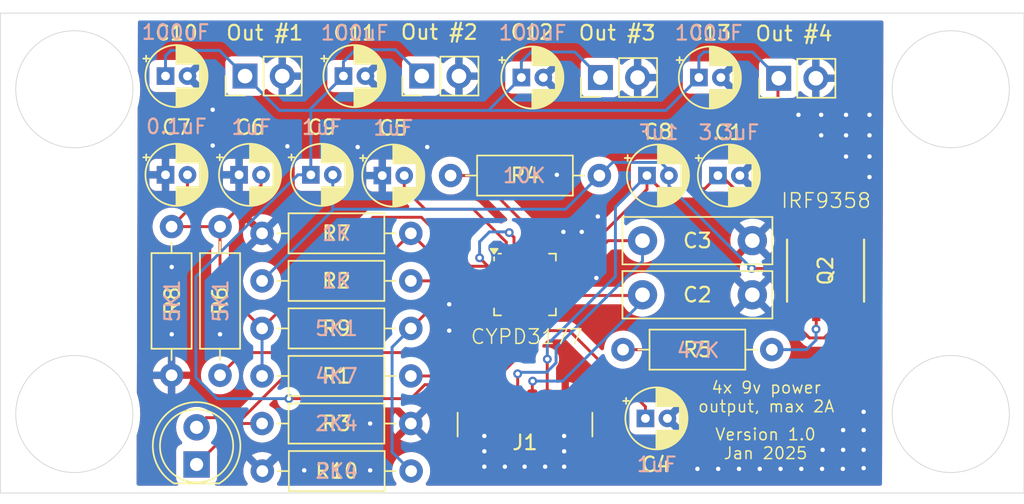
<source format=kicad_pcb>
(kicad_pcb (version 20240108) (generator "pcbnew") (generator_version "8.0")
  (layers (0 "F.Cu" signal) (31 "B.Cu" signal) (34 "B.Paste" user) (35 "F.Paste" user) (36 "B.SilkS" user "B.Silkscreen") (37 "F.SilkS" user "F.Silkscreen") (38 "B.Mask" user) (39 "F.Mask" user) (44 "Edge.Cuts" user))
  (net 0 "")
  (net 1 "GND")
  (net 2 "Net-(U1-VBUS_IN)")
  (net 3 "Net-(J1-CC2)")
  (net 4 "Net-(J1-CC1)")
  (net 5 "Net-(J2-Pin_1)")
  (net 6 "Net-(U1-VCCD)")
  (net 7 "3.3v")
  (net 8 "Net-(C8-Pad2)")
  (net 9 "Net-(D1-K)")
  (net 10 "Net-(D1-A)")
  (net 11 "Net-(Q2-Pad1)")
  (net 12 "Net-(U1-FLIP)")
  (net 13 "Net-(U1-VBUS_FET_EN)")
  (net 14 "Net-(U1-VBUS_MAX)")
  (net 15 "Net-(U1-ISNK_COARSE)")
  (footprint "Capacitor_THT:CP_Radial_D4.0mm_P1.50mm" (layer "F.Cu") (at 185.227401 56.4)
    (property "Reference" "C12" (at 0.722599 -3.1 0) (layer "F.SilkS"))
    (property "Value" "100uF" (at 0.772599 -3.05 0) (layer "B.SilkS"))
    (pad "1" thru_hole rect (at 0 0) (size 1.2 1.2) (drill 0.6) (layers "*.Cu" "*.Mask") (net 5 "Net-(J2-Pin_1)"))
    (pad "2" thru_hole circle (at 1.5 0) (size 1.2 1.2) (drill 0.6) (layers "*.Cu" "*.Mask") (net 1 "GND"))
  )
  (footprint "Connector_PinHeader_2.54mm:PinHeader_1x02_P2.54mm_Vertical" (layer "F.Cu") (at 166.36 56.3 90)
    (property "Reference" "J3" (hide yes))
    (property "Value" "Out #1" (at 2.95 1.34 180) (layer "F.SilkS"))
    (pad "1" thru_hole rect (at 0 0 90) (size 1.7 1.7) (drill 1) (layers "*.Cu" "*.Mask") (net 5 "Net-(J2-Pin_1)"))
    (pad "2" thru_hole oval (at 0 2.54 90) (size 1.7 1.7) (drill 1) (layers "*.Cu" "*.Mask") (net 1 "GND"))
  )
  (footprint "Resistor_THT:R_Axial_DIN0207_L6.3mm_D2.5mm_P10.16mm_Horizontal" (layer "F.Cu") (at 180.395 63.1)
    (property "Reference" "R4" (at 5.08 0 0) (layer "F.SilkS"))
    (property "Value" "10K" (at 5.03 0 0) (layer "B.SilkS"))
    (pad "1" thru_hole circle (at 0 0) (size 1.6 1.6) (drill 0.8) (layers "*.Cu" "*.Mask") (net 2 "Net-(U1-VBUS_IN)"))
    (pad "2" thru_hole oval (at 10.16 0) (size 1.6 1.6) (drill 0.8) (layers "*.Cu" "*.Mask") (net 8 "Net-(C8-Pad2)"))
  )
  (footprint "Capacitor_THT:CP_Radial_D4.0mm_P1.50mm" (layer "F.Cu") (at 165.95 63.05)
    (property "Reference" "C6" (at 0.75 -3.25 0) (layer "F.SilkS"))
    (property "Value" "1uF" (at 0.845199 -3.25 0) (layer "B.SilkS"))
    (pad "1" thru_hole rect (at 0 0) (size 1.2 1.2) (drill 0.6) (layers "*.Cu" "*.Mask") (net 1 "GND"))
    (pad "2" thru_hole circle (at 1.5 0) (size 1.2 1.2) (drill 0.6) (layers "*.Cu" "*.Mask") (net 7 "3.3v"))
  )
  (footprint "Resistor_THT:R_Axial_DIN0207_L6.3mm_D2.5mm_P10.16mm_Horizontal" (layer "F.Cu") (at 177.68 80.05 180)
    (property "Reference" "R3" (at 5.08 0 360) (layer "F.SilkS"))
    (property "Value" "2K4" (at 5.08 0 360) (layer "B.SilkS"))
    (pad "1" thru_hole circle (at 0 0 180) (size 1.6 1.6) (drill 0.8) (layers "*.Cu" "*.Mask") (net 1 "GND"))
    (pad "2" thru_hole oval (at 10.16 0 180) (size 1.6 1.6) (drill 0.8) (layers "*.Cu" "*.Mask") (net 9 "Net-(D1-K)"))
  )
  (footprint "Capacitor_THT:CP_Radial_D4.0mm_P1.50mm" (layer "F.Cu") (at 160.927401 63.05)
    (property "Reference" "C7" (at 0.75 -3.25 0) (layer "F.SilkS"))
    (property "Value" "0.1uF" (at 0.75 -3.3 0) (layer "B.SilkS"))
    (pad "1" thru_hole rect (at 0 0) (size 1.2 1.2) (drill 0.6) (layers "*.Cu" "*.Mask") (net 1 "GND"))
    (pad "2" thru_hole circle (at 1.5 0) (size 1.2 1.2) (drill 0.6) (layers "*.Cu" "*.Mask") (net 7 "3.3v"))
  )
  (footprint "Resistor_THT:R_Axial_DIN0207_L6.3mm_D2.5mm_P10.16mm_Horizontal" (layer "F.Cu") (at 164.65 66.59 -90)
    (property "Reference" "R6" (at 5.08 0 90) (layer "F.SilkS"))
    (property "Value" "5K1" (at 5.08 -0.05 90) (layer "B.SilkS"))
    (pad "1" thru_hole circle (at 0 0 270) (size 1.6 1.6) (drill 0.8) (layers "*.Cu" "*.Mask") (net 7 "3.3v"))
    (pad "2" thru_hole oval (at 10.16 0 270) (size 1.6 1.6) (drill 0.8) (layers "*.Cu" "*.Mask") (net 14 "Net-(U1-VBUS_MAX)"))
  )
  (footprint "Capacitor_THT:CP_Radial_D4.0mm_P1.50mm" (layer "F.Cu") (at 193.804801 63.1)
    (property "Reference" "C8" (at 0.75 -3 0) (layer "F.SilkS"))
    (property "Value" "1uF" (at 0.8 -2.95 0) (layer "B.SilkS") (effects (justify mirror)))
    (pad "1" thru_hole rect (at 0 0) (size 1.2 1.2) (drill 0.6) (layers "*.Cu" "*.Mask") (net 2 "Net-(U1-VBUS_IN)"))
    (pad "2" thru_hole circle (at 1.5 0) (size 1.2 1.2) (drill 0.6) (layers "*.Cu" "*.Mask") (net 8 "Net-(C8-Pad2)"))
  )
  (footprint "custom:IRF9358-TRPBF" (layer "F.Cu") (at 206 69.6 90)
    (property "Reference" "Q2" (at 0 0 90) (layer "F.SilkS"))
    (property "Value" "IRF9358-TRPBF" (hide yes))
    (pad "1" smd rect (at -2.4638 -1.905 90) (size 1.9812 0.5588) (layers "F.Cu" "F.Paste" "F.Mask") (net 11 "Net-(Q2-Pad1)"))
    (pad "2" smd rect (at -2.4638 -0.635 90) (size 1.9812 0.5588) (layers "F.Cu" "F.Paste" "F.Mask") (net 8 "Net-(C8-Pad2)"))
    (pad "3" smd rect (at -2.4638 0.635 90) (size 1.9812 0.5588) (layers "F.Cu" "F.Paste" "F.Mask") (net 11 "Net-(Q2-Pad1)"))
    (pad "4" smd rect (at -2.4638 1.905 90) (size 1.9812 0.5588) (layers "F.Cu" "F.Paste" "F.Mask") (net 8 "Net-(C8-Pad2)"))
    (pad "5" smd rect (at 2.4638 1.905 90) (size 1.9812 0.5588) (layers "F.Cu" "F.Paste" "F.Mask") (net 5 "Net-(J2-Pin_1)"))
    (pad "6" smd rect (at 2.4638 0.635 90) (size 1.9812 0.5588) (layers "F.Cu" "F.Paste" "F.Mask") (net 5 "Net-(J2-Pin_1)"))
    (pad "7" smd rect (at 2.4638 -0.635 90) (size 1.9812 0.5588) (layers "F.Cu" "F.Paste" "F.Mask") (net 2 "Net-(U1-VBUS_IN)"))
    (pad "8" smd rect (at 2.4638 -1.905 90) (size 1.9812 0.5588) (layers "F.Cu" "F.Paste" "F.Mask") (net 2 "Net-(U1-VBUS_IN)"))
  )
  (footprint "Capacitor_THT:CP_Radial_D4.0mm_P1.50mm" (layer "F.Cu") (at 170.85 63.05)
    (property "Reference" "C9" (at 0.75 -3.25 0) (layer "F.SilkS"))
    (property "Value" "1uF" (at 0.75 -3.25 0) (layer "B.SilkS"))
    (pad "1" thru_hole rect (at 0 0) (size 1.2 1.2) (drill 0.6) (layers "*.Cu" "*.Mask") (net 5 "Net-(J2-Pin_1)"))
    (pad "2" thru_hole circle (at 1.5 0) (size 1.2 1.2) (drill 0.6) (layers "*.Cu" "*.Mask") (net 8 "Net-(C8-Pad2)"))
  )
  (footprint "Resistor_THT:R_Axial_DIN0207_L6.3mm_D2.5mm_P10.16mm_Horizontal" (layer "F.Cu") (at 192.17 75)
    (property "Reference" "R5" (at 5.08 0 0) (layer "F.SilkS"))
    (property "Value" "47K" (at 5.13 0.05 0) (layer "B.SilkS"))
    (pad "1" thru_hole circle (at 0 0) (size 1.6 1.6) (drill 0.8) (layers "*.Cu" "*.Mask") (net 11 "Net-(Q2-Pad1)"))
    (pad "2" thru_hole oval (at 10.16 0) (size 1.6 1.6) (drill 0.8) (layers "*.Cu" "*.Mask") (net 8 "Net-(C8-Pad2)"))
  )
  (footprint "Capacitor_THT:CP_Radial_D4.0mm_P1.50mm" (layer "F.Cu") (at 173.077401 56.3)
    (property "Reference" "C11" (at 0.772599 -2.95 0) (layer "F.SilkS"))
    (property "Value" "100uF" (at 0.772599 -2.95 0) (layer "B.SilkS"))
    (pad "1" thru_hole rect (at 0 0) (size 1.2 1.2) (drill 0.6) (layers "*.Cu" "*.Mask") (net 5 "Net-(J2-Pin_1)"))
    (pad "2" thru_hole circle (at 1.5 0) (size 1.2 1.2) (drill 0.6) (layers "*.Cu" "*.Mask") (net 1 "GND"))
  )
  (footprint "Capacitor_THT:CP_Radial_D4.0mm_P1.50mm" (layer "F.Cu") (at 198.65 63.1)
    (property "Reference" "C1" (at 0.75 -2.95 0) (layer "F.SilkS"))
    (property "Value" "3.3uF" (at 0.75 -2.95 0) (layer "B.SilkS"))
    (pad "1" thru_hole rect (at 0 0) (size 1.2 1.2) (drill 0.6) (layers "*.Cu" "*.Mask") (net 2 "Net-(U1-VBUS_IN)"))
    (pad "2" thru_hole circle (at 1.5 0) (size 1.2 1.2) (drill 0.6) (layers "*.Cu" "*.Mask") (net 1 "GND"))
  )
  (footprint "Resistor_THT:R_Axial_DIN0207_L6.3mm_D2.5mm_P10.16mm_Horizontal" (layer "F.Cu") (at 167.52 73.55)
    (property "Reference" "R9" (at 5.08 0 0) (layer "F.SilkS"))
    (property "Value" "5K1" (at 5.08 0 0) (layer "B.SilkS"))
    (pad "1" thru_hole circle (at 0 0) (size 1.6 1.6) (drill 0.8) (layers "*.Cu" "*.Mask") (net 7 "3.3v"))
    (pad "2" thru_hole oval (at 10.16 0) (size 1.6 1.6) (drill 0.8) (layers "*.Cu" "*.Mask") (net 15 "Net-(U1-ISNK_COARSE)"))
  )
  (footprint "Capacitor_THT:CP_Radial_D4.0mm_P1.50mm" (layer "F.Cu") (at 175.73 63.1)
    (property "Reference" "C5" (at 0.75 -3.25 360) (layer "F.SilkS"))
    (property "Value" "1uF" (at 0.75 -3.25 360) (layer "B.SilkS"))
    (pad "1" thru_hole rect (at 0 0) (size 1.2 1.2) (drill 0.6) (layers "*.Cu" "*.Mask") (net 1 "GND"))
    (pad "2" thru_hole circle (at 1.5 0) (size 1.2 1.2) (drill 0.6) (layers "*.Cu" "*.Mask") (net 6 "Net-(U1-VCCD)"))
  )
  (footprint "Resistor_THT:R_Axial_DIN0207_L6.3mm_D2.5mm_P10.16mm_Horizontal" (layer "F.Cu") (at 167.52 70.3)
    (property "Reference" "R2" (at 5.08 0 360) (layer "F.SilkS"))
    (property "Value" "1K" (at 5.08 0 360) (layer "B.SilkS"))
    (pad "1" thru_hole circle (at 0 0) (size 1.6 1.6) (drill 0.8) (layers "*.Cu" "*.Mask") (net 8 "Net-(C8-Pad2)"))
    (pad "2" thru_hole oval (at 10.16 0) (size 1.6 1.6) (drill 0.8) (layers "*.Cu" "*.Mask") (net 13 "Net-(U1-VBUS_FET_EN)"))
  )
  (footprint "Capacitor_THT:CP_Radial_D4.0mm_P1.50mm" (layer "F.Cu") (at 160.927401 56.3)
    (property "Reference" "C10" (at 0.75 -2.95 360) (layer "F.SilkS"))
    (property "Value" "100uF" (at 0.690398 -3 0) (layer "B.SilkS"))
    (pad "1" thru_hole rect (at 0 0) (size 1.2 1.2) (drill 0.6) (layers "*.Cu" "*.Mask") (net 5 "Net-(J2-Pin_1)"))
    (pad "2" thru_hole circle (at 1.5 0) (size 1.2 1.2) (drill 0.6) (layers "*.Cu" "*.Mask") (net 1 "GND"))
  )
  (footprint "Capacitor_THT:CP_Radial_D4.0mm_P1.50mm" (layer "F.Cu") (at 193.7 79.7)
    (property "Reference" "C4" (at 0.722599 3.15 0) (layer "F.SilkS"))
    (property "Value" "1uF" (at 0.772599 3.15 0) (layer "B.SilkS"))
    (pad "1" thru_hole rect (at 0 0) (size 1.2 1.2) (drill 0.6) (layers "*.Cu" "*.Mask") (net 5 "Net-(J2-Pin_1)"))
    (pad "2" thru_hole circle (at 1.5 0) (size 1.2 1.2) (drill 0.6) (layers "*.Cu" "*.Mask") (net 1 "GND"))
  )
  (footprint "Resistor_THT:R_Axial_DIN0207_L6.3mm_D2.5mm_P10.16mm_Horizontal" (layer "F.Cu") (at 167.54 83.3)
    (property "Reference" "R10" (at 5.08 0 0) (layer "F.SilkS"))
    (property "Value" "2K4" (at 5.08 0 0) (layer "B.SilkS"))
    (pad "1" thru_hole circle (at 0 0) (size 1.6 1.6) (drill 0.8) (layers "*.Cu" "*.Mask") (net 1 "GND"))
    (pad "2" thru_hole oval (at 10.16 0) (size 1.6 1.6) (drill 0.8) (layers "*.Cu" "*.Mask") (net 15 "Net-(U1-ISNK_COARSE)"))
  )
  (footprint "LED_THT:LED_D5.0mm" (layer "F.Cu") (at 163.05 82.85 90)
    (property "Reference" "D1" (hide yes))
    (property "Value" "LED" (hide yes))
    (pad "1" thru_hole rect (at 0 0 90) (size 1.8 1.8) (drill 0.9) (layers "*.Cu" "*.Mask") (net 9 "Net-(D1-K)"))
    (pad "2" thru_hole circle (at 2.54 0 90) (size 1.8 1.8) (drill 0.9) (layers "*.Cu" "*.Mask") (net 10 "Net-(D1-A)"))
  )
  (footprint "Connector_PinHeader_2.54mm:PinHeader_1x02_P2.54mm_Vertical" (layer "F.Cu") (at 190.625 56.4 90)
    (property "Reference" "J2" (hide yes))
    (property "Value" "Out #3" (at 3.05 1.15 180) (layer "F.SilkS"))
    (pad "1" thru_hole rect (at 0 0 90) (size 1.7 1.7) (drill 1) (layers "*.Cu" "*.Mask") (net 5 "Net-(J2-Pin_1)"))
    (pad "2" thru_hole oval (at 0 2.54 90) (size 1.7 1.7) (drill 1) (layers "*.Cu" "*.Mask") (net 1 "GND"))
  )
  (footprint "Connector_PinHeader_2.54mm:PinHeader_1x02_P2.54mm_Vertical" (layer "F.Cu") (at 202.8 56.45 90)
    (property "Reference" "J5" (hide yes))
    (property "Value" "Out #4" (at 3.05 1.04 180) (layer "F.SilkS"))
    (pad "1" thru_hole rect (at 0 0 90) (size 1.7 1.7) (drill 1) (layers "*.Cu" "*.Mask") (net 5 "Net-(J2-Pin_1)"))
    (pad "2" thru_hole oval (at 0 2.54 90) (size 1.7 1.7) (drill 1) (layers "*.Cu" "*.Mask") (net 1 "GND"))
  )
  (footprint "Package_DFN_QFN:QFN-24-1EP_4x4mm_P0.5mm_EP2.75x2.75mm" (layer "F.Cu") (at 185.475 70.55)
    (property "Reference" "U1" (hide yes))
    (property "Value" "CYPD3177-24LQ" (hide yes))
    (pad "1" smd roundrect (at -1.975 -1.25) (size 0.8 0.25) (layers "F.Cu" "F.Paste" "F.Mask") (net 7 "3.3v"))
    (pad "2" smd roundrect (at -1.975 -0.75) (size 0.8 0.25) (layers "F.Cu" "F.Paste" "F.Mask") (net 14 "Net-(U1-VBUS_MAX)"))
    (pad "3" smd roundrect (at -1.975 -0.25) (size 0.8 0.25) (layers "F.Cu" "F.Paste" "F.Mask") (net 13 "Net-(U1-VBUS_FET_EN)"))
    (pad "4" smd roundrect (at -1.975 0.25) (size 0.8 0.25) (layers "F.Cu" "F.Paste" "F.Mask"))
    (pad "5" smd roundrect (at -1.975 0.75) (size 0.8 0.25) (layers "F.Cu" "F.Paste" "F.Mask") (net 15 "Net-(U1-ISNK_COARSE)"))
    (pad "6" smd roundrect (at -1.975 1.25) (size 0.8 0.25) (layers "F.Cu" "F.Paste" "F.Mask") (net 1 "GND"))
    (pad "7" smd roundrect (at -1.25 1.975) (size 0.25 0.8) (layers "F.Cu" "F.Paste" "F.Mask"))
    (pad "8" smd roundrect (at -0.75 1.975) (size 0.25 0.8) (layers "F.Cu" "F.Paste" "F.Mask"))
    (pad "9" smd roundrect (at -0.25 1.975) (size 0.25 0.8) (layers "F.Cu" "F.Paste" "F.Mask") (net 10 "Net-(D1-A)"))
    (pad "10" smd roundrect (at 0.25 1.975) (size 0.25 0.8) (layers "F.Cu" "F.Paste" "F.Mask") (net 12 "Net-(U1-FLIP)"))
    (pad "11" smd roundrect (at 0.75 1.975) (size 0.25 0.8) (layers "F.Cu" "F.Paste" "F.Mask") (net 5 "Net-(J2-Pin_1)"))
    (pad "12" smd roundrect (at 1.25 1.975) (size 0.25 0.8) (layers "F.Cu" "F.Paste" "F.Mask"))
    (pad "13" smd roundrect (at 1.975 1.25) (size 0.8 0.25) (layers "F.Cu" "F.Paste" "F.Mask"))
    (pad "14" smd roundrect (at 1.975 0.75) (size 0.8 0.25) (layers "F.Cu" "F.Paste" "F.Mask") (net 3 "Net-(J1-CC2)"))
    (pad "15" smd roundrect (at 1.975 0.25) (size 0.8 0.25) (layers "F.Cu" "F.Paste" "F.Mask") (net 4 "Net-(J1-CC1)"))
    (pad "16" smd roundrect (at 1.975 -0.25) (size 0.8 0.25) (layers "F.Cu" "F.Paste" "F.Mask"))
    (pad "17" smd roundrect (at 1.975 -0.75) (size 0.8 0.25) (layers "F.Cu" "F.Paste" "F.Mask"))
    (pad "18" smd roundrect (at 1.975 -1.25) (size 0.8 0.25) (layers "F.Cu" "F.Paste" "F.Mask") (net 2 "Net-(U1-VBUS_IN)"))
    (pad "19" smd roundrect (at 1.25 -1.975) (size 0.25 0.8) (layers "F.Cu" "F.Paste" "F.Mask") (net 1 "GND"))
    (pad "20" smd roundrect (at 0.75 -1.975) (size 0.25 0.8) (layers "F.Cu" "F.Paste" "F.Mask"))
    (pad "21" smd roundrect (at 0.25 -1.975) (size 0.25 0.8) (layers "F.Cu" "F.Paste" "F.Mask"))
    (pad "22" smd roundrect (at -0.25 -1.975) (size 0.25 0.8) (layers "F.Cu" "F.Paste" "F.Mask") (net 1 "GND"))
    (pad "23" smd roundrect (at -0.75 -1.975) (size 0.25 0.8) (layers "F.Cu" "F.Paste" "F.Mask") (net 7 "3.3v"))
    (pad "24" smd roundrect (at -1.25 -1.975) (size 0.25 0.8) (layers "F.Cu" "F.Paste" "F.Mask") (net 6 "Net-(U1-VCCD)"))
    (pad "25" smd rect (at 0 0) (size 2.75 2.75) (property pad_prop_heatsink) (layers "F.Cu" "F.Mask") (net 1 "GND"))
  )
  (footprint "Capacitor_THT:C_Rect_L10.0mm_W3.0mm_P7.50mm_MKS4" (layer "F.Cu") (at 193.5 71.25)
    (property "Reference" "C2" (at 3.75 0 0) (layer "F.SilkS"))
    (property "Value" "470pf")
    (pad "1" thru_hole circle (at 0 0) (size 2 2) (drill 1) (layers "*.Cu" "*.Mask") (net 3 "Net-(J1-CC2)"))
    (pad "2" thru_hole circle (at 7.5 0) (size 2 2) (drill 1) (layers "*.Cu" "*.Mask") (net 1 "GND"))
  )
  (footprint "Resistor_THT:R_Axial_DIN0207_L6.3mm_D2.5mm_P10.16mm_Horizontal" (layer "F.Cu") (at 161.34 66.59 -90)
    (property "Reference" "R8" (at 5.08 -0.05 90) (layer "F.SilkS"))
    (property "Value" "5K1" (at 5.08 -0.05 90) (layer "B.SilkS"))
    (pad "1" thru_hole circle (at 0 0 270) (size 1.6 1.6) (drill 0.8) (layers "*.Cu" "*.Mask") (net 7 "3.3v"))
    (pad "2" thru_hole oval (at 10.16 0 270) (size 1.6 1.6) (drill 0.8) (layers "*.Cu" "*.Mask") (net 1 "GND"))
  )
  (footprint "Connector_USB:USB_C_Receptacle_GCT_USB4135-GF-A_6P_TopMnt_Horizontal" (layer "F.Cu") (at 185.475 81.3475)
    (property "Reference" "J1" (at 0 0 0) (layer "F.SilkS"))
    (property "Value" "USB4125-GF-A" (hide yes))
    (pad "A5" smd roundrect (at -0.5 -3.0325) (size 0.7 1.2) (layers "F.Cu" "F.Paste" "F.Mask") (net 4 "Net-(J1-CC1)"))
    (pad "A9" smd roundrect (at 1.52 -3.0325 180) (size 0.76 1.2) (layers "F.Cu" "F.Paste" "F.Mask") (net 2 "Net-(U1-VBUS_IN)"))
    (pad "A12" smd roundrect (at 2.75 -3.0325 180) (size 0.8 1.2) (layers "F.Cu" "F.Paste" "F.Mask") (net 1 "GND"))
    (pad "B5" smd roundrect (at 0.5 -3.0325 180) (size 0.7 1.2) (layers "F.Cu" "F.Paste" "F.Mask") (net 3 "Net-(J1-CC2)"))
    (pad "B9" smd roundrect (at -1.52 -3.0325) (size 0.76 1.2) (layers "F.Cu" "F.Paste" "F.Mask") (net 2 "Net-(U1-VBUS_IN)"))
    (pad "B12" smd roundrect (at -2.75 -3.0325) (size 0.8 1.2) (layers "F.Cu" "F.Paste" "F.Mask") (net 1 "GND"))
    (pad "S1" smd roundrect (at -5.125 -2.9775) (size 1.8 1.35) (layers "F.Cu" "F.Paste" "F.Mask") (roundrect_rratio 0.1851851852) (net 1 "GND"))
    (pad "S1" smd roundrect (at -5.125 0.6025) (size 1.8 1.5) (layers "F.Cu" "F.Paste" "F.Mask") (roundrect_rratio 0.1666666667) (net 1 "GND"))
    (pad "S1" smd roundrect (at 5.125 -2.9775) (size 1.8 1.35) (layers "F.Cu" "F.Paste" "F.Mask") (roundrect_rratio 0.1851851852) (net 1 "GND"))
    (pad "S1" smd roundrect (at 5.125 0.6025) (size 1.8 1.5) (layers "F.Cu" "F.Paste" "F.Mask") (roundrect_rratio 0.1666666667) (net 1 "GND"))
  )
  (footprint "Capacitor_THT:C_Rect_L10.0mm_W3.0mm_P7.50mm_MKS4" (layer "F.Cu") (at 193.5 67.55)
    (property "Reference" "C3" (at 3.75 0 0) (layer "F.SilkS"))
    (property "Value" "470pf")
    (pad "1" thru_hole circle (at 0 0) (size 2 2) (drill 1) (layers "*.Cu" "*.Mask") (net 4 "Net-(J1-CC1)"))
    (pad "2" thru_hole circle (at 7.5 0) (size 2 2) (drill 1) (layers "*.Cu" "*.Mask") (net 1 "GND"))
  )
  (footprint "Resistor_THT:R_Axial_DIN0207_L6.3mm_D2.5mm_P10.16mm_Horizontal" (layer "F.Cu") (at 177.68 76.8 180)
    (property "Reference" "R1" (at 5.08 0 360) (layer "F.SilkS"))
    (property "Value" "4K7" (at 5.08 0 0) (layer "B.SilkS"))
    (pad "1" thru_hole circle (at 0 0 180) (size 1.6 1.6) (drill 0.8) (layers "*.Cu" "*.Mask") (net 12 "Net-(U1-FLIP)"))
    (pad "2" thru_hole oval (at 10.16 0 180) (size 1.6 1.6) (drill 0.8) (layers "*.Cu" "*.Mask") (net 7 "3.3v"))
  )
  (footprint "Resistor_THT:R_Axial_DIN0207_L6.3mm_D2.5mm_P10.16mm_Horizontal" (layer "F.Cu") (at 167.52 67.05)
    (property "Reference" "R7" (at 5.08 0 0) (layer "F.SilkS"))
    (property "Value" "1K" (at 5.08 0 0) (layer "B.SilkS"))
    (pad "1" thru_hole circle (at 0 0) (size 1.6 1.6) (drill 0.8) (layers "*.Cu" "*.Mask") (net 1 "GND"))
    (pad "2" thru_hole oval (at 10.16 0) (size 1.6 1.6) (drill 0.8) (layers "*.Cu" "*.Mask") (net 14 "Net-(U1-VBUS_MAX)"))
  )
  (footprint "Connector_PinHeader_2.54mm:PinHeader_1x02_P2.54mm_Vertical" (layer "F.Cu") (at 178.425 56.3 90)
    (property "Reference" "J4" (hide yes))
    (property "Value" "Out #2" (at 3 1.2 180) (layer "F.SilkS"))
    (pad "1" thru_hole rect (at 0 0 90) (size 1.7 1.7) (drill 1) (layers "*.Cu" "*.Mask") (net 5 "Net-(J2-Pin_1)"))
    (pad "2" thru_hole oval (at 0 2.54 90) (size 1.7 1.7) (drill 1) (layers "*.Cu" "*.Mask") (net 1 "GND"))
  )
  (footprint "Capacitor_THT:CP_Radial_D4.0mm_P1.50mm" (layer "F.Cu") (at 197.35 56.4)
    (property "Reference" "C13" (at 0.75 -3.05 0) (layer "F.SilkS"))
    (property "Value" "100uF" (at 0.672599 -3.05 0) (layer "B.SilkS"))
    (pad "1" thru_hole rect (at 0 0) (size 1.2 1.2) (drill 0.6) (layers "*.Cu" "*.Mask") (net 5 "Net-(J2-Pin_1)"))
    (pad "2" thru_hole circle (at 1.5 0) (size 1.2 1.2) (drill 0.6) (layers "*.Cu" "*.Mask") (net 1 "GND"))
  )
  (gr_circle (center 154.7 57.2) (end 158.7 57.2) (stroke (width 0.05)) (fill none) (layer "Edge.Cuts"))
  (gr_rect (start 149.65 52) (end 219.55 84.8) (stroke (width 0.05)) (fill none) (layer "Edge.Cuts"))
  (gr_circle (center 214.55 79.4) (end 218.55 79.4) (stroke (width 0.05)) (fill none) (layer "Edge.Cuts"))
  (gr_circle (center 214.55 57.2) (end 218.55 57.2) (stroke (width 0.05)) (fill none) (layer "Edge.Cuts"))
  (gr_circle (center 154.7 79.4) (end 158.7 79.4) (stroke (width 0.05)) (fill none) (layer "Edge.Cuts"))
  (gr_text "Version 1.0\nJan 2025" (at 201.9 82.55 0) (layer "F.SilkS") (effects (font (size 0.8 0.8) (thickness 0.1)) (justify bottom)))
  (gr_text "CYPD3177" (at 181.7 74.7 0) (layer "F.SilkS") (effects (font (size 1 1) (thickness 0.1)) (justify left bottom)))
  (gr_text "IRF9358" (at 202.9 65.4 0) (layer "F.SilkS") (effects (font (size 1 1) (thickness 0.1)) (justify left bottom)))
  (gr_text "4x 9v power\noutput, max 2A" (at 201.95 79.35 0) (layer "F.SilkS") (effects (font (size 0.8 0.8) (thickness 0.1)) (justify bottom)))
  (segment (start 180.4 71.8) (end 183.5 71.8) (width 0.2) (layer "F.Cu") (net 1))
  (segment (start 184.225 71.8) (end 185.475 70.55) (width 0.2) (layer "F.Cu") (net 1))
  (segment (start 186.725 69.3) (end 185.475 70.55) (width 0.2) (layer "F.Cu") (net 1))
  (segment (start 185.225 68.575) (end 185.225 70.3) (width 0.2) (layer "F.Cu") (net 1))
  (segment (start 180.3 71.9) (end 180.4 71.8) (width 0.2) (layer "F.Cu") (net 1))
  (segment (start 185.225 70.3) (end 185.475 70.55) (width 0.2) (layer "F.Cu") (net 1))
  (segment (start 183.5 71.8) (end 184.225 71.8) (width 0.2) (layer "F.Cu") (net 1))
  (segment (start 186.725 68.575) (end 186.725 69.3) (width 0.2) (layer "F.Cu") (net 1))
  (via (at 208.6 80.5) (size 0.6) (drill 0.3) (layers "F.Cu" "B.Cu") (net 1))
  (via (at 207.18125 83.15) (size 0.6) (drill 0.3) (layers "F.Cu" "B.Cu") (net 1))
  (via (at 201.50625 83.15) (size 0.6) (drill 0.3) (layers "F.Cu" "B.Cu") (net 1))
  (via (at 188.15 80.9) (size 0.6) (drill 0.3) (layers "F.Cu" "B.Cu") (net 1))
  (via (at 204.15 58.95) (size 0.6) (drill 0.3) (layers "F.Cu" "B.Cu") (net 1))
  (via (at 208.6 81.85) (size 0.6) (drill 0.3) (layers "F.Cu" "B.Cu") (net 1))
  (via (at 174.9 83.25) (size 0.6) (drill 0.3) (layers "F.Cu" "B.Cu") (net 1))
  (via (at 205.8 81.85) (size 0.6) (drill 0.3) (layers "F.Cu" "B.Cu") (net 1))
  (via (at 180.3 73.7) (size 0.6) (drill 0.3) (layers "F.Cu" "B.Cu") (net 1))
  (via (at 174.05 61.15) (size 0.6) (drill 0.3) (layers "F.Cu" "B.Cu") (net 1))
  (via (at 161.35 69.35) (size 0.6) (drill 0.3) (layers "F.Cu" "B.Cu") (net 1))
  (via (at 186.85 83) (size 0.6) (drill 0.3) (layers "F.Cu" "B.Cu") (net 1))
  (via (at 188.15 81.95) (size 0.6) (drill 0.3) (layers "F.Cu" "B.Cu") (net 1))
  (via (at 207.2 80.5) (size 0.6) (drill 0.3) (layers "F.Cu" "B.Cu") (net 1))
  (via (at 180.3 71.9) (size 0.6) (drill 0.3) (layers "F.Cu" "B.Cu") (net 1))
  (via (at 185.45 83) (size 0.6) (drill 0.3) (layers "F.Cu" "B.Cu") (net 1))
  (via (at 188.1 66.95) (size 0.6) (drill 0.3) (layers "F.Cu" "B.Cu") (net 1))
  (via (at 209 60.35) (size 0.6) (drill 0.3) (layers "F.Cu" "B.Cu") (net 1))
  (via (at 204.34375 83.15) (size 0.6) (drill 0.3) (layers "F.Cu" "B.Cu") (net 1))
  (via (at 209 63.2) (size 0.6) (drill 0.3) (layers "F.Cu" "B.Cu") (net 1))
  (via (at 187.65 63.05) (size 0.6) (drill 0.3) (layers "F.Cu" "B.Cu") (net 1))
  (via (at 182.7 81.95) (size 0.6) (drill 0.3) (layers "F.Cu" "B.Cu") (net 1))
  (via (at 178.8 61.15) (size 0.6) (drill 0.3) (layers "F.Cu" "B.Cu") (net 1))
  (via (at 164.65 73.95) (size 0.6) (drill 0.3) (layers "F.Cu" "B.Cu") (net 1))
  (via (at 164.15 58.6) (size 0.6) (drill 0.3) (layers "F.Cu" "B.Cu") (net 1))
  (via (at 170.4 83.25) (size 0.6) (drill 0.3) (layers "F.Cu" "B.Cu") (net 1))
  (via (at 205.7 60.35) (size 0.6) (drill 0.3) (layers "F.Cu" "B.Cu") (net 1))
  (via (at 202.925 83.15) (size 0.6) (drill 0.3) (layers "F.Cu" "B.Cu") (net 1))
  (via (at 190.35 70.1) (size 0.6) (drill 0.3) (layers "F.Cu" "B.Cu") (net 1))
  (via (at 197.25 83.15) (size 0.6) (drill 0.3) (layers "F.Cu" "B.Cu") (net 1))
  (via (at 188.15 83) (size 0.6) (drill 0.3) (layers "F.Cu" "B.Cu") (net 1))
  (via (at 208.6 79.25) (size 0.6) (drill 0.3) (layers "F.Cu" "B.Cu") (net 1))
  (via (at 205.7 58.95) (size 0.6) (drill 0.3) (layers "F.Cu" "B.Cu") (net 1))
  (via (at 208.6 83.1) (size 0.6) (drill 0.3) (layers "F.Cu" "B.Cu") (net 1))
  (via (at 174.9 80.05) (size 0.6) (drill 0.3) (layers "F.Cu" "B.Cu") (net 1))
  (via (at 207.4 61.8) (size 0.6) (drill 0.3) (layers "F.Cu" "B.Cu") (net 1))
  (via (at 207.4 58.95) (size 0.6) (drill 0.3) (layers "F.Cu" "B.Cu") (net 1))
  (via (at 190.45 65.9) (size 0.6) (drill 0.3) (layers "F.Cu" "B.Cu") (net 1))
  (via (at 209 58.95) (size 0.6) (drill 0.3) (layers "F.Cu" "B.Cu") (net 1))
  (via (at 209 61.8) (size 0.6) (drill 0.3) (layers "F.Cu" "B.Cu") (net 1))
  (via (at 198.66875 83.15) (size 0.6) (drill 0.3) (layers "F.Cu" "B.Cu") (net 1))
  (via (at 164.15 61.05) (size 0.6) (drill 0.3) (layers "F.Cu" "B.Cu") (net 1))
  (via (at 200.0875 83.15) (size 0.6) (drill 0.3) (layers "F.Cu" "B.Cu") (net 1))
  (via (at 205.7625 83.15) (size 0.6) (drill 0.3) (layers "F.Cu" "B.Cu") (net 1))
  (via (at 161.35 73.95) (size 0.6) (drill 0.3) (layers "F.Cu" "B.Cu") (net 1))
  (via (at 184.1 83) (size 0.6) (drill 0.3) (layers "F.Cu" "B.Cu") (net 1))
  (via (at 189.35 66.95) (size 0.6) (drill 0.3) (layers "F.Cu" "B.Cu") (net 1))
  (via (at 207.4 60.35) (size 0.6) (drill 0.3) (layers "F.Cu" "B.Cu") (net 1))
  (via (at 169.25 61.1) (size 0.6) (drill 0.3) (layers "F.Cu" "B.Cu") (net 1))
  (via (at 207.2 81.85) (size 0.6) (drill 0.3) (layers "F.Cu" "B.Cu") (net 1))
  (via (at 182.7 80.9) (size 0.6) (drill 0.3) (layers "F.Cu" "B.Cu") (net 1))
  (via (at 182.7 83) (size 0.6) (drill 0.3) (layers "F.Cu" "B.Cu") (net 1))
  (segment (start 167.54 82.96) (end 167.54 83.3) (width 0.2) (layer "B.Cu") (net 1))
  (segment (start 180.3 71.9) (end 177.05 71.9) (width 0.2) (layer "B.Cu") (net 1))
  (segment (start 175.8 73.15) (end 175.8 74.7) (width 0.2) (layer "B.Cu") (net 1))
  (segment (start 175.8 74.7) (end 167.54 82.96) (width 0.2) (layer "B.Cu") (net 1))
  (segment (start 177.05 71.9) (end 175.8 73.15) (width 0.2) (layer "B.Cu") (net 1))
  (segment (start 182.164386 63.1) (end 188.364386 69.3) (width 0.2) (layer "F.Cu") (net 2))
  (segment (start 183.955 78.915) (end 184.69 79.65) (width 0.2) (layer "F.Cu") (net 2))
  (segment (start 187 75.65) (end 186.995 75.655) (width 0.2) (layer "F.Cu") (net 2))
  (segment (start 198.65 63.1) (end 197.75 64) (width 0.2) (layer "F.Cu") (net 2))
  (segment (start 198.877207 63.1) (end 198.65 63.1) (width 0.2) (layer "F.Cu") (net 2))
  (segment (start 186.35 79.65) (end 186.995 79.005) (width 0.2) (layer "F.Cu") (net 2))
  (segment (start 183.955 78.315) (end 183.955 78.915) (width 0.2) (layer "F.Cu") (net 2))
  (segment (start 184.69 79.65) (end 186.35 79.65) (width 0.2) (layer "F.Cu") (net 2))
  (segment (start 201.327207 65.55) (end 198.877207 63.1) (width 0.2) (layer "F.Cu") (net 2))
  (segment (start 188.364386 69.3) (end 188.55 69.3) (width 0.2) (layer "F.Cu") (net 2))
  (segment (start 193.804801 63.1) (end 193.804801 64.045199) (width 0.2) (layer "F.Cu") (net 2))
  (segment (start 204.095 67.1362) (end 205.365 67.1362) (width 0.2) (layer "F.Cu") (net 2))
  (segment (start 194.704801 64) (end 193.804801 63.1) (width 0.2) (layer "F.Cu") (net 2))
  (segment (start 203.75 65.55) (end 201.327207 65.55) (width 0.2) (layer "F.Cu") (net 2))
  (segment (start 180.395 63.1) (end 182.164386 63.1) (width 0.2) (layer "F.Cu") (net 2))
  (segment (start 193.804801 64.045199) (end 188.55 69.3) (width 0.2) (layer "F.Cu") (net 2))
  (segment (start 204.095 65.895) (end 203.75 65.55) (width 0.2) (layer "F.Cu") (net 2))
  (segment (start 186.995 79.005) (end 186.995 78.315) (width 0.2) (layer "F.Cu") (net 2))
  (segment (start 204.095 67.1362) (end 204.095 65.895) (width 0.2) (layer "F.Cu") (net 2))
  (segment (start 197.75 64) (end 194.704801 64) (width 0.2) (layer "F.Cu") (net 2))
  (segment (start 188.55 69.3) (end 187.45 69.3) (width 0.2) (layer "F.Cu") (net 2))
  (segment (start 186.995 75.655) (end 186.995 78.315) (width 0.2) (layer "F.Cu") (net 2))
  (via (at 187 75.65) (size 0.6) (drill 0.3) (layers "F.Cu" "B.Cu") (net 2))
  (segment (start 187 74.65) (end 191.65 70) (width 0.2) (layer "B.Cu") (net 2))
  (segment (start 191.65 65.254801) (end 193.804801 63.1) (width 0.2) (layer "B.Cu") (net 2))
  (segment (start 191.65 70) (end 191.65 65.254801) (width 0.2) (layer "B.Cu") (net 2))
  (segment (start 187 75.65) (end 187 74.65) (width 0.2) (layer "B.Cu") (net 2))
  (segment (start 185.975 77.175) (end 186 77.15) (width 0.2) (layer "F.Cu") (net 3))
  (segment (start 192.65 71.3) (end 193.5 72.15) (width 0.2) (layer "F.Cu") (net 3))
  (segment (start 187.45 71.3) (end 193.45 71.3) (width 0.2) (layer "F.Cu") (net 3))
  (segment (start 193.45 71.3) (end 193.5 71.25) (width 0.2) (layer "F.Cu") (net 3))
  (segment (start 185.975 78.315) (end 185.975 77.175) (width 0.2) (layer "F.Cu") (net 3))
  (via (at 186 77.15) (size 0.6) (drill 0.3) (layers "F.Cu" "B.Cu") (net 3))
  (segment (start 186 77.15) (end 188.05 77.15) (width 0.2) (layer "B.Cu") (net 3))
  (segment (start 188.05 77.15) (end 193.5 71.7) (width 0.2) (layer "B.Cu") (net 3))
  (segment (start 193.5 71.7) (end 193.5 71.25) (width 0.2) (layer "B.Cu") (net 3))
  (segment (start 187.45 70.8) (end 187.9 70.8) (width 0.2) (layer "F.Cu") (net 4))
  (segment (start 187.9 70.8) (end 191.15 67.55) (width 0.2) (layer "F.Cu") (net 4))
  (segment (start 191.15 67.55) (end 193.5 67.55) (width 0.2) (layer "F.Cu") (net 4))
  (segment (start 184.975 76.65) (end 184.975 78.315) (width 0.2) (layer "F.Cu") (net 4))
  (via (at 184.975 76.65) (size 0.6) (drill 0.3) (layers "F.Cu" "B.Cu") (net 4))
  (segment (start 185.075 76.55) (end 186.948529 76.55) (width 0.2) (layer "B.Cu") (net 4))
  (segment (start 193.5 68.95) (end 193.5 67.55) (width 0.2) (layer "B.Cu") (net 4))
  (segment (start 187.6 74.85) (end 193.5 68.95) (width 0.2) (layer "B.Cu") (net 4))
  (segment (start 186.948529 76.55) (end 187.6 75.898529) (width 0.2) (layer "B.Cu") (net 4))
  (segment (start 187.6 75.898529) (end 187.6 74.85) (width 0.2) (layer "B.Cu") (net 4))
  (segment (start 184.975 76.65) (end 185.075 76.55) (width 0.2) (layer "B.Cu") (net 4))
  (segment (start 188.5 73.7) (end 187.75 73.7) (width 0.2) (layer "F.Cu") (net 5))
  (segment (start 177.685635 78.35) (end 169.35 78.35) (width 0.2) (layer "F.Cu") (net 5))
  (segment (start 193.7 79.7) (end 193.7 78.9) (width 0.2) (layer "F.Cu") (net 5))
  (segment (start 186.225 73.125) (end 186.8 73.7) (width 0.2) (layer "F.Cu") (net 5))
  (segment (start 206.635 67.1362) (end 206.635 66.425) (width 0.2) (layer "F.Cu") (net 5))
  (segment (start 186.225 72.525) (end 186.225 73.125) (width 0.2) (layer "F.Cu") (net 5))
  (segment (start 206.635 67.1362) (end 207.905 67.1362) (width 0.2) (layer "F.Cu") (net 5))
  (segment (start 202.75 62.54) (end 202.75 56.5) (width 0.2) (layer "F.Cu") (net 5))
  (segment (start 193.7 78.9) (end 188.5 73.7) (width 0.2) (layer "F.Cu") (net 5))
  (segment (start 178.640635 77.395) (end 177.685635 78.35) (width 0.2) (layer "F.Cu") (net 5))
  (segment (start 186.8 73.7) (end 187.75 73.7) (width 0.2) (layer "F.Cu") (net 5))
  (segment (start 206.635 66.425) (end 202.75 62.54) (width 0.2) (layer "F.Cu") (net 5))
  (segment (start 183.105 77.395) (end 178.640635 77.395) (width 0.2) (layer "F.Cu") (net 5))
  (segment (start 202.75 56.5) (end 202.8 56.45) (width 0.2) (layer "F.Cu") (net 5))
  (segment (start 186.8 73.7) (end 183.105 77.395) (width 0.2) (layer "F.Cu") (net 5))
  (via (at 169.35 78.35) (size 0.6) (drill 0.3) (layers "F.Cu" "B.Cu") (net 5))
  (segment (start 170.85 58.527401) (end 173.077401 56.3) (width 0.2) (layer "B.Cu") (net 5))
  (segment (start 185.227401 55.322599) (end 185.9 54.65) (width 0.2) (layer "B.Cu") (net 5))
  (segment (start 164.61 54.55) (end 166.36 56.3) (width 0.2) (layer "B.Cu") (net 5))
  (segment (start 170.85 63.05) (end 170.85 58.65) (width 0.2) (layer "B.Cu") (net 5))
  (segment (start 173.077401 56.3) (end 173.077401 55.322599) (width 0.2) (layer "B.Cu") (net 5))
  (segment (start 163 76.9) (end 163 70.014365) (width 0.2) (layer "B.Cu") (net 5))
  (segment (start 170.727401 58.65) (end 170.85 58.527401) (width 0.2) (layer "B.Cu") (net 5))
  (segment (start 182.977401 58.65) (end 170.85 58.65) (width 0.2) (layer "B.Cu") (net 5))
  (segment (start 173.9 54.5) (end 176.625 54.5) (width 0.2) (layer "B.Cu") (net 5))
  (segment (start 197.35 56.4) (end 197.35 55) (width 0.2) (layer "B.Cu") (net 5))
  (segment (start 195.1 58.65) (end 182.977401 58.65) (width 0.2) (layer "B.Cu") (net 5))
  (segment (start 201 54.65) (end 202.8 56.45) (width 0.2) (layer "B.Cu") (net 5))
  (segment (start 169.964365 63.05) (end 170.85 63.05) (width 0.2) (layer "B.Cu") (net 5))
  (segment (start 160.927401 54.922599) (end 161.3 54.55) (width 0.2) (layer "B.Cu") (net 5))
  (segment (start 161.3 54.55) (end 164.61 54.55) (width 0.2) (layer "B.Cu") (net 5))
  (segment (start 185.227401 56.4) (end 182.977401 58.65) (width 0.2) (layer "B.Cu") (net 5))
  (segment (start 197.35 55) (end 197.7 54.65) (width 0.2) (layer "B.Cu") (net 5))
  (segment (start 188.875 54.65) (end 190.625 56.4) (width 0.2) (layer "B.Cu") (net 5))
  (segment (start 173.077401 55.322599) (end 173.9 54.5) (width 0.2) (layer "B.Cu") (net 5))
  (segment (start 170.85 58.65) (end 170.85 58.527401) (width 0.2) (layer "B.Cu") (net 5))
  (segment (start 185.9 54.65) (end 188.875 54.65) (width 0.2) (layer "B.Cu") (net 5))
  (segment (start 197.35 56.4) (end 195.1 58.65) (width 0.2) (layer "B.Cu") (net 5))
  (segment (start 185.227401 56.4) (end 185.227401 55.322599) (width 0.2) (layer "B.Cu") (net 5))
  (segment (start 164.45 78.35) (end 163 76.9) (width 0.2) (layer "B.Cu") (net 5))
  (segment (start 176.625 54.5) (end 178.425 56.3) (width 0.2) (layer "B.Cu") (net 5))
  (segment (start 166.36 56.3) (end 168.71 58.65) (width 0.2) (layer "B.Cu") (net 5))
  (segment (start 160.927401 56.3) (end 160.927401 54.922599) (width 0.2) (layer "B.Cu") (net 5))
  (segment (start 163 70.014365) (end 169.964365 63.05) (width 0.2) (layer "B.Cu") (net 5))
  (segment (start 168.71 58.65) (end 170.727401 58.65) (width 0.2) (layer "B.Cu") (net 5))
  (segment (start 197.7 54.65) (end 201 54.65) (width 0.2) (layer "B.Cu") (net 5))
  (segment (start 169.35 78.35) (end 164.45 78.35) (width 0.2) (layer "B.Cu") (net 5))
  (segment (start 177.23 63.1) (end 177.23 63.98) (width 0.2) (layer "F.Cu") (net 6))
  (segment (start 177.23 63.98) (end 178.65 65.4) (width 0.2) (layer "F.Cu") (net 6))
  (segment (start 184.2 68.135614) (end 184.225 68.160614) (width 0.2) (layer "F.Cu") (net 6))
  (segment (start 178.65 65.4) (end 181.95 65.4) (width 0.2) (layer "F.Cu") (net 6))
  (segment (start 181.95 65.4) (end 184.2 67.65) (width 0.2) (layer "F.Cu") (net 6))
  (segment (start 184.225 68.160614) (end 184.225 68.575) (width 0.2) (layer "F.Cu") (net 6))
  (segment (start 184.2 67.65) (end 184.2 68.135614) (width 0.2) (layer "F.Cu") (net 6))
  (segment (start 164.65 66.59) (end 164.65 70.68) (width 0.2) (layer "F.Cu") (net 7))
  (segment (start 182.95 69.3) (end 181.75 69.3) (width 0.2) (layer "F.Cu") (net 7))
  (segment (start 178.4 65.95) (end 175.1 65.95) (width 0.2) (layer "F.Cu") (net 7))
  (segment (start 183.5 69.3) (end 182.95 69.3) (width 0.2) (layer "F.Cu") (net 7))
  (segment (start 161.34 66.59) (end 162.427401 65.502599) (width 0.2) (layer "F.Cu") (net 7))
  (segment (start 164.65 66.59) (end 161.34 66.59) (width 0.2) (layer "F.Cu") (net 7))
  (segment (start 181.75 69.3) (end 178.4 65.95) (width 0.2) (layer "F.Cu") (net 7))
  (segment (start 164.65 70.68) (end 167.52 73.55) (width 0.2) (layer "F.Cu") (net 7))
  (segment (start 184.399265 67.000735) (end 184.725 67.32647) (width 0.2) (layer "F.Cu") (net 7))
  (segment (start 175.1 65.95) (end 167.52 73.53) (width 0.2) (layer "F.Cu") (net 7))
  (segment (start 184.725 67.32647) (end 184.725 68.575) (width 0.2) (layer "F.Cu") (net 7))
  (segment (start 182.375 68.725) (end 182.95 69.3) (width 0.2) (layer "F.Cu") (net 7))
  (segment (start 167.45 63.79) (end 167.45 63.05) (width 0.2) (layer "F.Cu") (net 7))
  (segment (start 167.52 73.53) (end 167.52 73.55) (width 0.2) (layer "F.Cu") (net 7))
  (segment (start 164.65 66.59) (end 167.45 63.79) (width 0.2) (layer "F.Cu") (net 7))
  (segment (start 162.427401 65.502599) (end 162.427401 63.05) (width 0.2) (layer "F.Cu") (net 7))
  (via (at 182.375 68.725) (size 0.6) (drill 0.3) (layers "F.Cu" "B.Cu") (net 7))
  (via (at 184.399265 67.000735) (size 0.6) (drill 0.3) (layers "F.Cu" "B.Cu") (net 7))
  (segment (start 183.05 66.95) (end 182.375 67.625) (width 0.2) (layer "B.Cu") (net 7))
  (segment (start 167.52 76.8) (end 167.52 73.55) (width 0.2) (layer "B.Cu") (net 7))
  (segment (start 182.375 67.625) (end 182.375 68.725) (width 0.2) (layer "B.Cu") (net 7))
  (segment (start 184.34853 66.95) (end 183.05 66.95) (width 0.2) (layer "B.Cu") (net 7))
  (segment (start 184.399265 67.000735) (end 184.34853 66.95) (width 0.2) (layer "B.Cu") (net 7))
  (segment (start 207.2732 70.7732) (end 207.905 71.405) (width 0.2) (layer "F.Cu") (net 8))
  (segment (start 205.9444 70.7732) (end 207.2732 70.7732) (width 0.2) (layer "F.Cu") (net 8))
  (segment (start 207.905 71.405) (end 207.905 72.0638) (width 0.2) (layer "F.Cu") (net 8))
  (segment (start 205.365 71.3526) (end 205.9444 70.7732) (width 0.2) (layer "F.Cu") (net 8))
  (segment (start 205.365 73.585) (end 205.35 73.6) (width 0.2) (layer "F.Cu") (net 8))
  (segment (start 205.365 72.0638) (end 205.365 73.585) (width 0.2) (layer "F.Cu") (net 8))
  (segment (start 205.365 71.3526) (end 203.4624 69.45) (width 0.2) (layer "F.Cu") (net 8))
  (segment (start 205.365 72.0638) (end 205.365 71.3526) (width 0.2) (layer "F.Cu") (net 8))
  (segment (start 203.4624 69.45) (end 200.95 69.45) (width 0.2) (layer "F.Cu") (net 8))
  (via (at 200.95 69.45) (size 0.6) (drill 0.3) (layers "F.Cu" "B.Cu") (net 8))
  (via (at 205.35 73.6) (size 0.6) (drill 0.3) (layers "F.Cu" "B.Cu") (net 8))
  (segment (start 172.42 65.4) (end 172.36 65.46) (width 0.2) (layer "B.Cu") (net 8))
  (segment (start 195.304801 63.804801) (end 195.304801 63.1) (width 0.2) (layer "B.Cu") (net 8))
  (segment (start 188.255 65.4) (end 172.42 65.4) (width 0.2) (layer "B.Cu") (net 8))
  (segment (start 205.35 73.6) (end 205.35 74.35) (width 0.2) (layer "B.Cu") (net 8))
  (segment (start 204.7 75) (end 202.33 75) (width 0.2) (layer "B.Cu") (net 8))
  (segment (start 190.555 63.1) (end 188.255 65.4) (width 0.2) (layer "B.Cu") (net 8))
  (segment (start 200.95 69.45) (end 195.304801 63.804801) (width 0.2) (layer "B.Cu") (net 8))
  (segment (start 195.304801 62.754801) (end 195.304801 63.1) (width 0.2) (layer "B.Cu") (net 8))
  (segment (start 194.75 62.2) (end 195.304801 62.754801) (width 0.2) (layer "B.Cu") (net 8))
  (segment (start 190.555 63.1) (end 191.455 62.2) (width 0.2) (layer "B.Cu") (net 8))
  (segment (start 205.35 74.35) (end 204.7 75) (width 0.2) (layer "B.Cu") (net 8))
  (segment (start 172.35 65.45) (end 172.36 65.46) (width 0.2) (layer "B.Cu") (net 8))
  (segment (start 172.36 65.46) (end 167.52 70.3) (width 0.2) (layer "B.Cu") (net 8))
  (segment (start 191.455 62.2) (end 194.75 62.2) (width 0.2) (layer "B.Cu") (net 8))
  (segment (start 172.35 63.05) (end 172.35 65.45) (width 0.2) (layer "B.Cu") (net 8))
  (segment (start 167.52 80.05) (end 165.85 80.05) (width 0.2) (layer "F.Cu") (net 9))
  (segment (start 165.85 80.05) (end 163.05 82.85) (width 0.2) (layer "F.Cu") (net 9))
  (segment (start 166.225635 79.65) (end 163.71 79.65) (width 0.2) (layer "F.Cu") (net 10))
  (segment (start 185.225 73.509314) (end 183.534314 75.2) (width 0.2) (layer "F.Cu") (net 10))
  (segment (start 163.71 79.65) (end 163.05 80.31) (width 0.2) (layer "F.Cu") (net 10))
  (segment (start 183.534314 75.2) (end 170.675635 75.2) (width 0.2) (layer "F.Cu") (net 10))
  (segment (start 170.675635 75.2) (end 166.225635 79.65) (width 0.2) (layer "F.Cu") (net 10))
  (segment (start 185.225 72.525) (end 185.225 73.509314) (width 0.2) (layer "F.Cu") (net 10))
  (segment (start 199.55 75) (end 192.17 75) (width 0.2) (layer "F.Cu") (net 11))
  (segment (start 204.095 73.395) (end 204.9 74.2) (width 0.2) (layer "F.Cu") (net 11))
  (segment (start 204.9 74.2) (end 205.9 74.2) (width 0.2) (layer "F.Cu") (net 11))
  (segment (start 204.095 72.0638) (end 204.095 73.395) (width 0.2) (layer "F.Cu") (net 11))
  (segment (start 205.9 74.2) (end 206.635 73.465) (width 0.2) (layer "F.Cu") (net 11))
  (segment (start 202.4862 72.0638) (end 199.55 75) (width 0.2) (layer "F.Cu") (net 11))
  (segment (start 204.095 72.0638) (end 202.4862 72.0638) (width 0.2) (layer "F.Cu") (net 11))
  (segment (start 206.635 73.465) (end 206.635 72.0638) (width 0.2) (layer "F.Cu") (net 11))
  (segment (start 185.725 73.575) (end 182.5 76.8) (width 0.2) (layer "F.Cu") (net 12))
  (segment (start 182.5 76.8) (end 178.28 76.8) (width 0.2) (layer "F.Cu") (net 12))
  (segment (start 185.725 72.525) (end 185.725 73.575) (width 0.2) (layer "F.Cu") (net 12))
  (segment (start 183.5 70.3) (end 177.68 70.3) (width 0.2) (layer "F.Cu") (net 13))
  (segment (start 183.5 69.8) (end 180.43 69.8) (width 0.2) (layer "F.Cu") (net 14))
  (segment (start 169.53 75.2) (end 177.68 67.05) (width 0.2) (layer "F.Cu") (net 14))
  (segment (start 164.65 76.75) (end 166.2 75.2) (width 0.2) (layer "F.Cu") (net 14))
  (segment (start 177.68 67.58) (end 177.68 67.05) (width 0.2) (layer "F.Cu") (net 14))
  (segment (start 180.43 69.8) (end 177.68 67.05) (width 0.2) (layer "F.Cu") (net 14))
  (segment (start 166.2 75.2) (end 169.53 75.2) (width 0.2) (layer "F.Cu") (net 14))
  (segment (start 179.93 71.3) (end 177.68 73.55) (width 0.2) (layer "F.Cu") (net 15))
  (segment (start 183.5 71.3) (end 179.93 71.3) (width 0.2) (layer "F.Cu") (net 15))
  (segment (start 176.4 74.83) (end 176.4 82) (width 0.2) (layer "B.Cu") (net 15))
  (segment (start 176.4 82) (end 177.7 83.3) (width 0.2) (layer "B.Cu") (net 15))
  (segment (start 177.68 73.55) (end 176.4 74.83) (width 0.2) (layer "B.Cu") (net 15))
  (zone (net 1) (net_name "GND") (layers "F&B.Cu") (connect_pads (clearance 0.5)) (min_thickness 0.25) (fill yes (thermal_gap 0.5) (thermal_bridge_width 0.5))
    (polygon (pts (xy 159.05 51.2) (xy 209.95 51.1) (xy 209.85 85.55) (xy 158.95 85.45)))
  )
)
</source>
